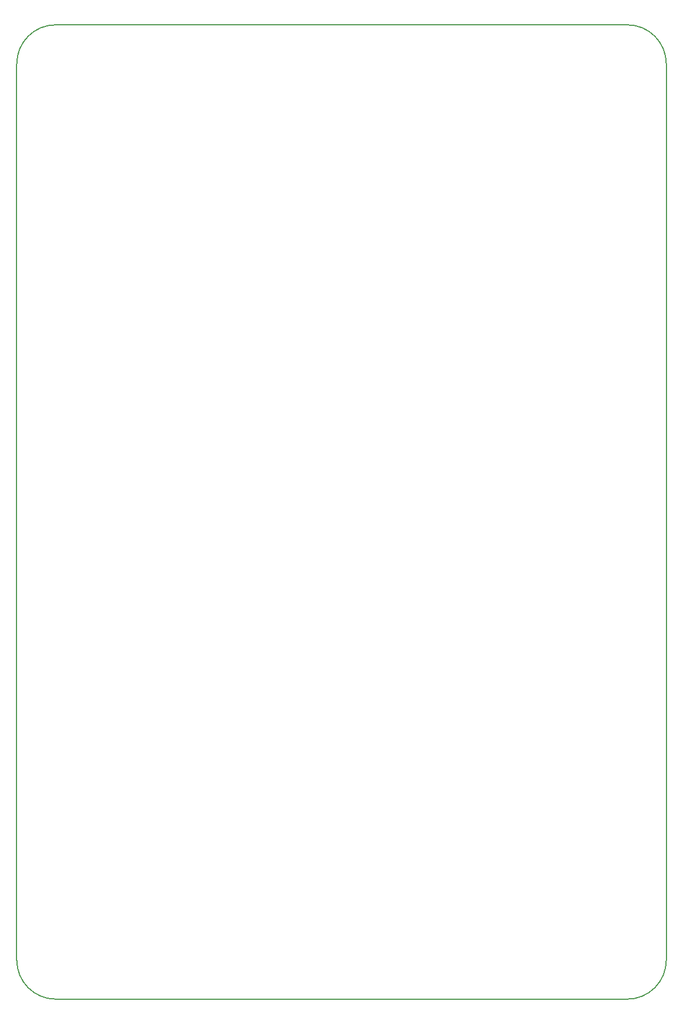
<source format=gm1>
G04 #@! TF.GenerationSoftware,KiCad,Pcbnew,5.1.10*
G04 #@! TF.CreationDate,2022-03-31T14:06:52-07:00*
G04 #@! TF.ProjectId,Z-FIGHTER_Mainboard,5a2d4649-4748-4544-9552-5f4d61696e62,rev?*
G04 #@! TF.SameCoordinates,Original*
G04 #@! TF.FileFunction,Profile,NP*
%FSLAX46Y46*%
G04 Gerber Fmt 4.6, Leading zero omitted, Abs format (unit mm)*
G04 Created by KiCad (PCBNEW 5.1.10) date 2022-03-31 14:06:52*
%MOMM*%
%LPD*%
G01*
G04 APERTURE LIST*
G04 #@! TA.AperFunction,Profile*
%ADD10C,0.150000*%
G04 #@! TD*
G04 APERTURE END LIST*
D10*
X161903600Y-27010800D02*
G75*
G02*
X167903600Y-33010800I0J-6000000D01*
G01*
X67903600Y-33010800D02*
G75*
G02*
X73903600Y-27010800I6000000J0D01*
G01*
X73903600Y-177010800D02*
G75*
G02*
X67903600Y-171010800I0J6000000D01*
G01*
X167903600Y-171010800D02*
G75*
G02*
X161903600Y-177010800I-6000000J0D01*
G01*
X73903600Y-27010800D02*
X161903600Y-27010800D01*
X167903600Y-33010800D02*
X167903600Y-171010800D01*
X67903600Y-171010800D02*
X67903600Y-33010800D01*
X161903600Y-177010800D02*
X73903600Y-177010800D01*
M02*

</source>
